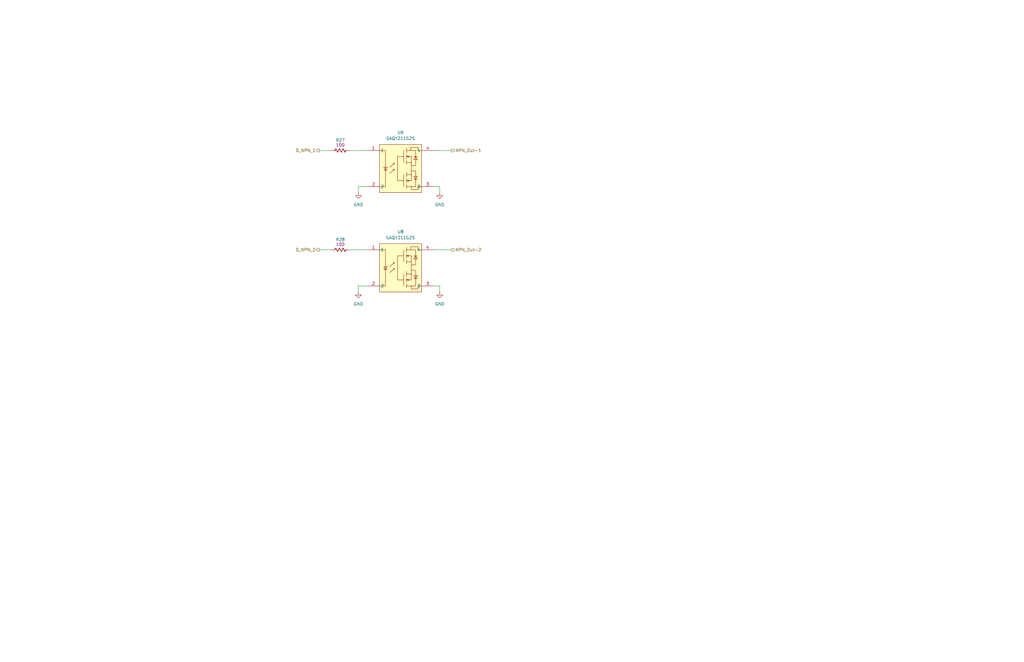
<source format=kicad_sch>
(kicad_sch (version 20250114) (generator "eeschema") (generator_version "9.0")
  (paper "USLedger")
  (lib_symbols
    (symbol "Easy:GAQY211G2S"
      (property "Reference" "U" (at 0 12.7 0))
      (property "Value" "GAQY211G2S" (at 0 -12.7 0))
      (symbol "GAQY211G2S_0_1"
        (rectangle (start -7.62 10.16) (end 10.16 -10.16) (fill (type background)))
        (polyline (pts (xy -7.62 7.62) (xy -5.08 7.62) (xy -5.08 -7.62) (xy -7.62 -7.62)))
        (polyline (pts (xy -5.84 0.51) (xy -4.32 0.51) (xy -5.08 -0.76) (xy -5.84 0.51)) (fill (type background)))
        (polyline (pts (xy -5.84 -0.76) (xy -4.32 -0.76)))
        (polyline (pts (xy -3.3 0.51) (xy -1.27 2.29) (xy -1.78 2.03)))
        (polyline (pts (xy -3.3 -2.03) (xy -1.27 -0.25) (xy -1.78 -0.51)))
        (polyline (pts (xy -1.27 2.29) (xy -1.52 1.78)))
        (polyline (pts (xy -1.27 -0.25) (xy -1.52 -0.76)))
        (polyline (pts (xy 0 5.08) (xy 0 -5.08)))
        (polyline (pts (xy 2.54 7.62) (xy 2.54 2.54)))
        (polyline (pts (xy 2.54 5.08) (xy 0 5.08)))
        (polyline (pts (xy 2.54 -2.54) (xy 2.54 -7.62)))
        (polyline (pts (xy 2.54 -5.08) (xy 0 -5.08)))
        (polyline (pts (xy 3.81 8.64) (xy 3.81 6.6)))
        (polyline (pts (xy 3.81 7.62) (xy 7.62 7.62)))
        (polyline (pts (xy 3.81 5.84) (xy 3.81 4.06)))
        (polyline (pts (xy 3.81 5.08) (xy 4.83 5.33)))
        (polyline (pts (xy 3.81 3.3) (xy 3.81 1.78)))
        (polyline (pts (xy 3.81 2.54) (xy 5.84 2.54)))
        (polyline (pts (xy 3.81 -1.52) (xy 3.81 -3.56)))
        (polyline (pts (xy 3.81 -2.54) (xy 5.84 -2.54)))
        (polyline (pts (xy 3.81 -4.32) (xy 3.81 -6.1)))
        (polyline (pts (xy 3.81 -5.08) (xy 4.83 -4.83)))
        (polyline (pts (xy 3.81 -6.86) (xy 3.81 -8.38)))
        (polyline (pts (xy 3.81 -7.62) (xy 7.62 -7.62)))
        (polyline (pts (xy 5.59 7.62) (xy 5.59 8.89) (xy 8.64 8.89) (xy 8.64 7.62) (xy 10.16 7.62)))
        (polyline (pts (xy 5.84 5.08) (xy 5.84 2.54)))
        (polyline (pts (xy 5.84 5.08) (xy 3.81 5.08) (xy 4.83 4.83)))
        (polyline (pts (xy 5.84 2.54) (xy 5.84 -2.79)))
        (polyline (pts (xy 5.84 1.27) (xy 7.62 1.27) (xy 7.62 7.62)))
        (polyline (pts (xy 5.84 -1.02) (xy 7.62 -1.02) (xy 7.62 -7.62)))
        (polyline (pts (xy 5.84 -2.54) (xy 5.84 -5.08)))
        (polyline (pts (xy 5.84 -5.08) (xy 3.81 -5.08) (xy 4.83 -5.33)))
        (polyline (pts (xy 5.84 -7.62) (xy 5.84 -8.89) (xy 8.64 -8.89) (xy 8.64 -7.62) (xy 10.16 -7.62)))
        (polyline (pts (xy 6.86 -3.3) (xy 8.38 -3.3) (xy 7.62 -4.57) (xy 6.86 -3.3)) (fill (type background)))
        (polyline (pts (xy 6.86 -4.57) (xy 8.38 -4.57)))
        (polyline (pts (xy 8.38 5.08) (xy 6.86 5.08)))
        (polyline (pts (xy 8.38 3.81) (xy 6.86 3.81) (xy 7.62 5.08) (xy 8.38 3.81)) (fill (type background)))
        (pin unspecified line (at -12.7 7.62 0) (length 5.08) (name "1") (number "1"))
        (pin unspecified line (at -12.7 -7.62 0) (length 5.08) (name "2") (number "2"))
        (pin unspecified line (at 15.24 7.62 180) (length 5.08) (name "4") (number "4"))
        (pin unspecified line (at 15.24 -7.62 180) (length 5.08) (name "3") (number "3"))
      )
    )
    (symbol "PCM_Resistor_US_AKL:R_0603" (pin_numbers (hide yes)) (pin_names (offset 0))
      (property "Reference" "R" (at 2.54 1.27 0))
      (property "Value" "R_0603" (at 2.54 -1.27 0))
      (symbol "R_0603_0_1"
        (polyline (pts (xy 0 2.286) (xy 0 2.54)) (stroke (width 0.254)))
        (polyline (pts (xy 0 2.286) (xy 0.762 1.905) (xy -0.762 1.143) (xy 0 0.762) (xy 0.762 0.381) (xy 0 0) (xy -0.762 -0.381) (xy 0 -0.762) (xy 0.762 -1.143) (xy 0 -1.524) (xy -0.762 -1.905) (xy 0 -2.286)) (stroke (width 0.254)))
        (polyline (pts (xy 0 -2.286) (xy 0 -2.54)) (stroke (width 0.254)))
      )
      (symbol "R_0603_0_2"
        (polyline (pts (xy -2.54 -2.54) (xy -1.778 -1.778)))
        (polyline (pts (xy -1.778 -1.778) (xy -1.524 -1.524)) (stroke (width 0.254)))
        (polyline (pts (xy -1.524 -1.524) (xy -1.778 -0.762) (xy -1.016 -1.016)) (stroke (width 0.254)))
        (polyline (pts (xy -0.508 -0.508) (xy -0.762 0.254) (xy 0 0)) (stroke (width 0.254)))
        (polyline (pts (xy -0.508 -0.508) (xy -0.254 -1.27) (xy -1.016 -1.016)) (stroke (width 0.254)))
        (polyline (pts (xy 0.508 0.508) (xy 0.254 1.27) (xy 1.016 1.016)) (stroke (width 0.254)))
        (polyline (pts (xy 0.508 0.508) (xy 0.762 -0.254) (xy 0 0)) (stroke (width 0.254)))
        (polyline (pts (xy 1.524 1.524) (xy 1.778 0.762) (xy 1.016 1.016)) (stroke (width 0.254)))
        (polyline (pts (xy 1.778 1.778) (xy 1.524 1.524)) (stroke (width 0.254)))
        (polyline (pts (xy 1.778 1.778) (xy 2.54 2.54)))
      )
      (symbol "R_0603_1_1"
        (pin passive line (at 0 3.81 270) (length 1.27) (name "~") (number "1"))
        (pin passive line (at 0 -3.81 90) (length 1.27) (name "~") (number "2"))
      )
      (symbol "R_0603_1_2"
        (pin passive line (at -2.54 -2.54 0) (length 0) (name "") (number "2"))
        (pin passive line (at 2.54 2.54 180) (length 0) (name "") (number "1"))
      )
    )
    (symbol "power:GND" (power) (pin_numbers (hide yes)) (pin_names (offset 0) (hide yes))
      (property "Value" "GND" (at 0 -3.81 0))
      (symbol "GND_0_1"
        (polyline (pts (xy 0 0) (xy 0 -1.27) (xy 1.27 -1.27) (xy 0 -2.54) (xy -1.27 -1.27) (xy 0 -1.27)))
      )
      (symbol "GND_1_1"
        (pin power_in line (at 0 0 270) (length 0) (name "~") (number "1"))
      )
    )
  )
  (wire (pts (xy 147.32 105.41) (xy 154.94 105.41)))
  (wire (pts (xy 185.42 78.74) (xy 185.42 81.28)))
  (wire (pts (xy 151.13 120.65) (xy 154.94 120.65)))
  (wire (pts (xy 182.88 78.74) (xy 185.42 78.74)))
  (wire (pts (xy 151.13 78.74) (xy 154.94 78.74)))
  (wire (pts (xy 182.88 63.5) (xy 190.5 63.5)))
  (wire (pts (xy 147.32 63.5) (xy 154.94 63.5)))
  (wire (pts (xy 134.62 105.41) (xy 139.7 105.41)))
  (wire (pts (xy 134.62 63.5) (xy 139.7 63.5)))
  (wire (pts (xy 182.88 105.41) (xy 190.5 105.41)))
  (wire (pts (xy 151.13 123.19) (xy 151.13 120.65)))
  (wire (pts (xy 151.13 81.28) (xy 151.13 78.74)))
  (wire (pts (xy 185.42 120.65) (xy 185.42 123.19)))
  (wire (pts (xy 182.88 120.65) (xy 185.42 120.65)))
  (hierarchical_label "D_NPN_2" (shape output) (at 134.62 105.41 180) (effects (font (thickness 0.1588))))
  (hierarchical_label "D_NPN_1" (shape output) (at 134.62 63.5 180) (effects (font (thickness 0.1588))))
  (hierarchical_label "NPN_Out-1" (shape output) (at 190.5 63.5 0))
  (hierarchical_label "NPN_Out-2" (shape output) (at 190.5 105.41 0))
  (symbol (lib_id "power:GND") (at 185.42 81.28 0) (unit 1)
    (property "Reference" "#PWR061" (effects (hide yes)))
    (property "Value" "GND" (at 185.42 86.36 0))
    (property "Description" "Power symbol creates a global label with name \"GND\" , ground" (effects (hide yes)))
  )
  (symbol (lib_id "power:GND") (at 185.42 123.19 0) (unit 1)
    (property "Reference" "#PWR064" (effects (hide yes)))
    (property "Value" "GND" (at 185.42 128.27 0))
    (property "Description" "Power symbol creates a global label with name \"GND\" , ground" (effects (hide yes)))
  )
  (symbol (lib_id "power:GND") (at 151.13 123.19 0) (unit 1)
    (property "Reference" "#PWR063" (effects (hide yes)))
    (property "Value" "GND" (at 151.13 128.27 0))
    (property "Description" "Power symbol creates a global label with name \"GND\" , ground" (effects (hide yes)))
  )
  (symbol (lib_id "PCM_Resistor_US_AKL:R_0603") (at 143.51 105.41 90) (unit 1)
    (property "Reference" "R28" (at 143.51 101.092 90))
    (property "Value" "R_0603" (effects (hide yes)))
    (property "Footprint" "PCM_Resistor_SMD_AKL:R_0603_1608Metric" (effects (hide yes)))
    (property "Description" "SMD 0603 Chip Resistor, US Symbol, Alternate KiCad Library" (effects (hide yes)))
    (property "Capacidad " "100" (at 143.51 103.124 90))
  )
  (symbol (lib_id "Easy:GAQY211G2S") (at 167.64 113.03 0) (unit 1)
    (property "Reference" "U8" (at 168.91 97.79 0))
    (property "Value" "GAQY211G2S" (at 168.91 100.33 0))
    (property "Footprint" "EasyEDA:SOP-4_L4.4-W4.3-P2.54-LS6.8-BL" (effects (hide yes)))
    (property "LCSC Part" "C7435104" (effects (hide yes)))
  )
  (symbol (lib_id "Easy:GAQY211G2S") (at 167.64 71.12 0) (unit 1)
    (property "Reference" "U6" (at 168.91 55.88 0))
    (property "Value" "GAQY211G2S" (at 168.91 58.42 0))
    (property "Footprint" "EasyEDA:SOP-4_L4.4-W4.3-P2.54-LS6.8-BL" (effects (hide yes)))
    (property "LCSC Part" "C7435104" (effects (hide yes)))
  )
  (symbol (lib_id "power:GND") (at 151.13 81.28 0) (unit 1)
    (property "Reference" "#PWR062" (effects (hide yes)))
    (property "Value" "GND" (at 151.13 86.36 0))
    (property "Description" "Power symbol creates a global label with name \"GND\" , ground" (effects (hide yes)))
  )
  (symbol (lib_id "PCM_Resistor_US_AKL:R_0603") (at 143.51 63.5 90) (unit 1)
    (property "Reference" "R27" (at 143.51 59.182 90))
    (property "Value" "R_0603" (effects (hide yes)))
    (property "Footprint" "PCM_Resistor_SMD_AKL:R_0603_1608Metric" (effects (hide yes)))
    (property "Description" "SMD 0603 Chip Resistor, US Symbol, Alternate KiCad Library" (effects (hide yes)))
    (property "Capacidad " "100" (at 143.51 61.214 90))
  )
)
</source>
